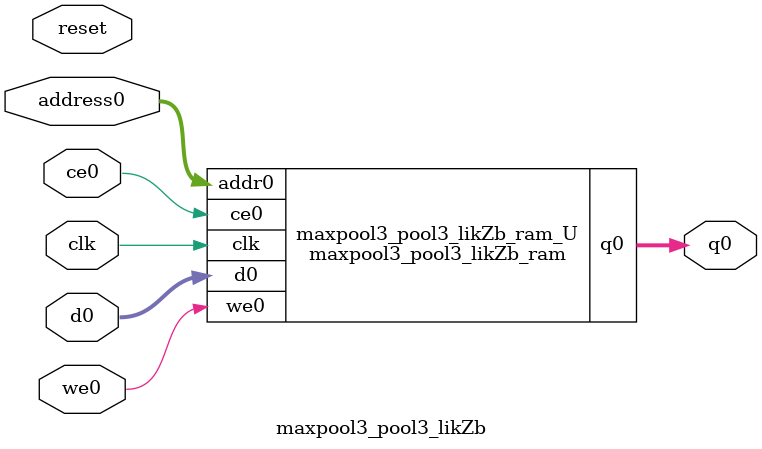
<source format=v>
`timescale 1 ns / 1 ps
module maxpool3_pool3_likZb_ram (addr0, ce0, d0, we0, q0,  clk);

parameter DWIDTH = 5;
parameter AWIDTH = 14;
parameter MEM_SIZE = 10240;

input[AWIDTH-1:0] addr0;
input ce0;
input[DWIDTH-1:0] d0;
input we0;
output reg[DWIDTH-1:0] q0;
input clk;

(* ram_style = "block" *)reg [DWIDTH-1:0] ram[0:MEM_SIZE-1];




always @(posedge clk)  
begin 
    if (ce0) begin
        if (we0) 
            ram[addr0] <= d0; 
        q0 <= ram[addr0];
    end
end


endmodule

`timescale 1 ns / 1 ps
module maxpool3_pool3_likZb(
    reset,
    clk,
    address0,
    ce0,
    we0,
    d0,
    q0);

parameter DataWidth = 32'd5;
parameter AddressRange = 32'd10240;
parameter AddressWidth = 32'd14;
input reset;
input clk;
input[AddressWidth - 1:0] address0;
input ce0;
input we0;
input[DataWidth - 1:0] d0;
output[DataWidth - 1:0] q0;



maxpool3_pool3_likZb_ram maxpool3_pool3_likZb_ram_U(
    .clk( clk ),
    .addr0( address0 ),
    .ce0( ce0 ),
    .we0( we0 ),
    .d0( d0 ),
    .q0( q0 ));

endmodule


</source>
